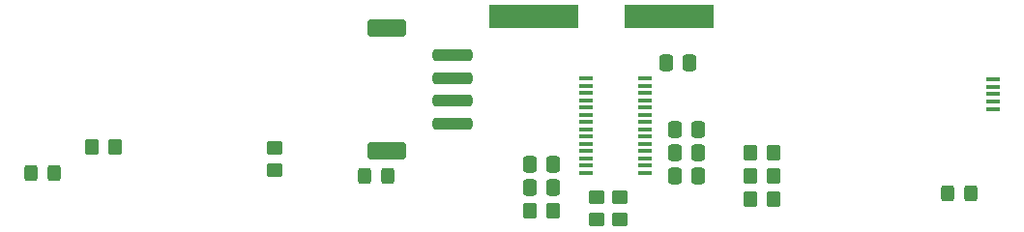
<source format=gbr>
%TF.GenerationSoftware,KiCad,Pcbnew,(6.0.7)*%
%TF.CreationDate,2022-09-11T17:15:05+08:00*%
%TF.ProjectId,Usb_ext,5573625f-6578-4742-9e6b-696361645f70,1.0*%
%TF.SameCoordinates,Original*%
%TF.FileFunction,Paste,Top*%
%TF.FilePolarity,Positive*%
%FSLAX46Y46*%
G04 Gerber Fmt 4.6, Leading zero omitted, Abs format (unit mm)*
G04 Created by KiCad (PCBNEW (6.0.7)) date 2022-09-11 17:15:05*
%MOMM*%
%LPD*%
G01*
G04 APERTURE LIST*
G04 Aperture macros list*
%AMRoundRect*
0 Rectangle with rounded corners*
0 $1 Rounding radius*
0 $2 $3 $4 $5 $6 $7 $8 $9 X,Y pos of 4 corners*
0 Add a 4 corners polygon primitive as box body*
4,1,4,$2,$3,$4,$5,$6,$7,$8,$9,$2,$3,0*
0 Add four circle primitives for the rounded corners*
1,1,$1+$1,$2,$3*
1,1,$1+$1,$4,$5*
1,1,$1+$1,$6,$7*
1,1,$1+$1,$8,$9*
0 Add four rect primitives between the rounded corners*
20,1,$1+$1,$2,$3,$4,$5,0*
20,1,$1+$1,$4,$5,$6,$7,0*
20,1,$1+$1,$6,$7,$8,$9,0*
20,1,$1+$1,$8,$9,$2,$3,0*%
G04 Aperture macros list end*
%ADD10RoundRect,0.250000X0.325000X0.450000X-0.325000X0.450000X-0.325000X-0.450000X0.325000X-0.450000X0*%
%ADD11RoundRect,0.250000X0.337500X0.475000X-0.337500X0.475000X-0.337500X-0.475000X0.337500X-0.475000X0*%
%ADD12RoundRect,0.250000X0.350000X0.450000X-0.350000X0.450000X-0.350000X-0.450000X0.350000X-0.450000X0*%
%ADD13RoundRect,0.250000X-0.350000X-0.450000X0.350000X-0.450000X0.350000X0.450000X-0.350000X0.450000X0*%
%ADD14RoundRect,0.250000X0.450000X-0.350000X0.450000X0.350000X-0.450000X0.350000X-0.450000X-0.350000X0*%
%ADD15RoundRect,0.250000X-0.337500X-0.475000X0.337500X-0.475000X0.337500X0.475000X-0.337500X0.475000X0*%
%ADD16R,7.875000X2.000000*%
%ADD17RoundRect,0.250000X-0.325000X-0.450000X0.325000X-0.450000X0.325000X0.450000X-0.325000X0.450000X0*%
%ADD18RoundRect,0.250000X-0.450000X0.350000X-0.450000X-0.350000X0.450000X-0.350000X0.450000X0.350000X0*%
%ADD19R,1.200000X0.400000*%
%ADD20R,1.300000X0.450000*%
%ADD21RoundRect,0.250000X-1.500000X0.250000X-1.500000X-0.250000X1.500000X-0.250000X1.500000X0.250000X0*%
%ADD22RoundRect,0.250001X-1.449999X0.499999X-1.449999X-0.499999X1.449999X-0.499999X1.449999X0.499999X0*%
G04 APERTURE END LIST*
D10*
%TO.C,D3*%
X131454000Y-61214000D03*
X129404000Y-61214000D03*
%TD*%
D11*
%TO.C,C5*%
X107590500Y-57658000D03*
X105515500Y-57658000D03*
%TD*%
D12*
%TO.C,R4*%
X114157000Y-59690000D03*
X112157000Y-59690000D03*
%TD*%
D10*
%TO.C,D1*%
X51190000Y-59436000D03*
X49140000Y-59436000D03*
%TD*%
D13*
%TO.C,R3*%
X112157000Y-61722000D03*
X114157000Y-61722000D03*
%TD*%
D14*
%TO.C,R5*%
X98679000Y-63484000D03*
X98679000Y-61484000D03*
%TD*%
D13*
%TO.C,R8*%
X112157000Y-57658000D03*
X114157000Y-57658000D03*
%TD*%
D15*
%TO.C,C3*%
X92815500Y-60706000D03*
X94890500Y-60706000D03*
%TD*%
D11*
%TO.C,C1*%
X107590500Y-55626000D03*
X105515500Y-55626000D03*
%TD*%
D15*
%TO.C,C6*%
X104753500Y-49784000D03*
X106828500Y-49784000D03*
%TD*%
D12*
%TO.C,R1*%
X94853000Y-62738000D03*
X92853000Y-62738000D03*
%TD*%
D15*
%TO.C,C4*%
X105515500Y-59690000D03*
X107590500Y-59690000D03*
%TD*%
D14*
%TO.C,R2*%
X100711000Y-63484000D03*
X100711000Y-61484000D03*
%TD*%
D16*
%TO.C,Y1*%
X93122500Y-45720000D03*
X104997500Y-45720000D03*
%TD*%
D17*
%TO.C,D2*%
X78350000Y-59690000D03*
X80400000Y-59690000D03*
%TD*%
D18*
%TO.C,R7*%
X70485000Y-57166000D03*
X70485000Y-59166000D03*
%TD*%
D19*
%TO.C,U1*%
X97730000Y-51117500D03*
X97730000Y-51752500D03*
X97730000Y-52387500D03*
X97730000Y-53022500D03*
X97730000Y-53657500D03*
X97730000Y-54292500D03*
X97730000Y-54927500D03*
X97730000Y-55562500D03*
X97730000Y-56197500D03*
X97730000Y-56832500D03*
X97730000Y-57467500D03*
X97730000Y-58102500D03*
X97730000Y-58737500D03*
X97730000Y-59372500D03*
X102930000Y-59372500D03*
X102930000Y-58737500D03*
X102930000Y-58102500D03*
X102930000Y-57467500D03*
X102930000Y-56832500D03*
X102930000Y-56197500D03*
X102930000Y-55562500D03*
X102930000Y-54927500D03*
X102930000Y-54292500D03*
X102930000Y-53657500D03*
X102930000Y-53022500D03*
X102930000Y-52387500D03*
X102930000Y-51752500D03*
X102930000Y-51117500D03*
%TD*%
D20*
%TO.C,J2*%
X133362000Y-53800000D03*
X133362000Y-53150000D03*
X133362000Y-52500000D03*
X133362000Y-51850000D03*
X133362000Y-51200000D03*
%TD*%
D12*
%TO.C,R6*%
X56499000Y-57150000D03*
X54499000Y-57150000D03*
%TD*%
D15*
%TO.C,C2*%
X92815500Y-58674000D03*
X94890500Y-58674000D03*
%TD*%
D21*
%TO.C,J3*%
X86035000Y-49070000D03*
X86035000Y-51070000D03*
X86035000Y-53070000D03*
X86035000Y-55070000D03*
D22*
X80285000Y-57420000D03*
X80285000Y-46720000D03*
%TD*%
M02*

</source>
